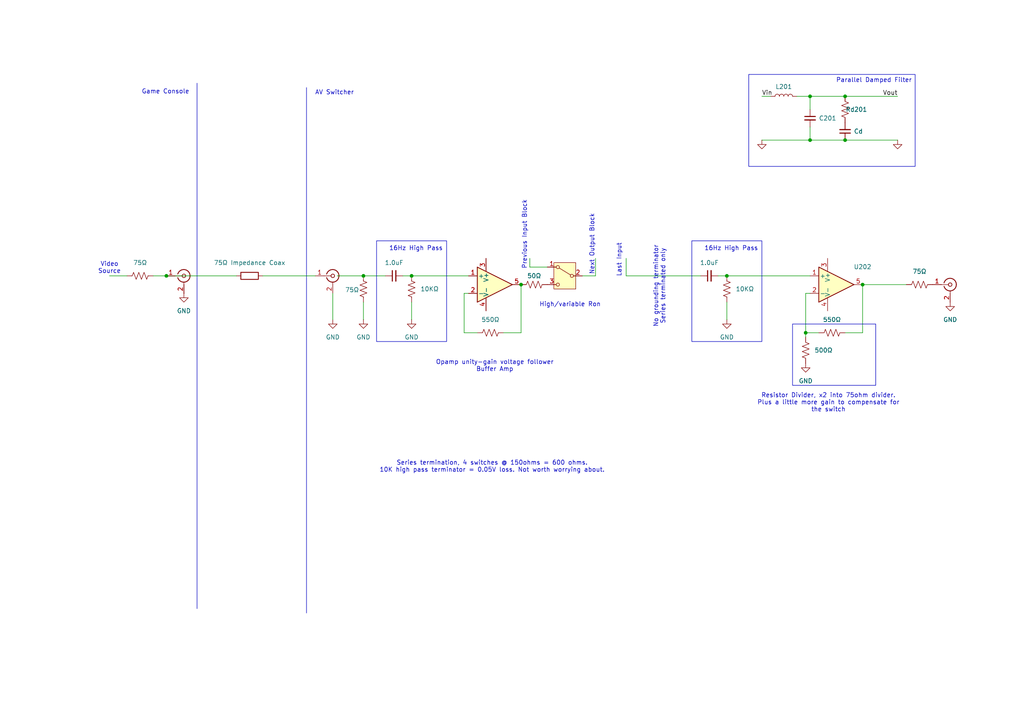
<source format=kicad_sch>
(kicad_sch (version 20250114) (generator "eeschema") (generator_version "9.0")
  (paper "A4")
  (lib_symbols
    (symbol "Connector:Conn_Coaxial" (pin_names (offset 1.016) (hide yes))
      (property "Reference" "J" (at 0.254 3.048 0))
      (property "Value" "Conn_Coaxial" (at 2.921 0 90))
      (symbol "Conn_Coaxial_0_1"
        (polyline (pts (xy -2.54 0) (xy -0.508 0)))
        (arc (start 1.778 0) (mid 0.222 -1.8079) (end -1.778 -0.508) (stroke (width 0.254)))
        (arc (start -1.778 0.508) (mid 0.2221 1.8084) (end 1.778 0) (stroke (width 0.254)))
        (circle (center 0 0) (radius 0.508) (stroke (width 0.2032)))
        (polyline (pts (xy 0 -2.54) (xy 0 -1.778)))
      )
      (symbol "Conn_Coaxial_1_1"
        (pin passive line (at -5.08 0 0) (length 2.54) (name "In") (number "1"))
        (pin passive line (at 0 -5.08 90) (length 2.54) (name "Ext") (number "2"))
      )
    )
    (symbol "Device:C_Small" (pin_numbers (hide yes)) (pin_names (offset 0.254) (hide yes))
      (property "Reference" "C" (at 0.254 1.778 0))
      (property "Value" "C_Small" (at 0.254 -2.032 0))
      (symbol "C_Small_0_1"
        (polyline (pts (xy -1.524 0.508) (xy 1.524 0.508)) (stroke (width 0.3048)))
        (polyline (pts (xy -1.524 -0.508) (xy 1.524 -0.508)) (stroke (width 0.3302)))
      )
      (symbol "C_Small_1_1"
        (pin passive line (at 0 2.54 270) (length 2.032) (name "~") (number "1"))
        (pin passive line (at 0 -2.54 90) (length 2.032) (name "~") (number "2"))
      )
    )
    (symbol "Device:L" (pin_numbers (hide yes)) (pin_names (offset 1.016) (hide yes))
      (property "Reference" "L" (at -1.27 0 90))
      (property "Value" "L" (at 1.905 0 90))
      (symbol "L_0_1"
        (arc (start 0 2.54) (mid 0.6323 1.905) (end 0 1.27))
        (arc (start 0 1.27) (mid 0.6323 0.635) (end 0 0))
        (arc (start 0 0) (mid 0.6323 -0.635) (end 0 -1.27))
        (arc (start 0 -1.27) (mid 0.6323 -1.905) (end 0 -2.54))
      )
      (symbol "L_1_1"
        (pin passive line (at 0 3.81 270) (length 1.27) (name "1") (number "1"))
        (pin passive line (at 0 -3.81 90) (length 1.27) (name "2") (number "2"))
      )
    )
    (symbol "Device:R" (pin_numbers (hide yes)) (pin_names (offset 0))
      (property "Reference" "R" (at 2.032 0 90))
      (property "Value" "R" (at 0 0 90))
      (symbol "R_0_1"
        (rectangle (start -1.016 -2.54) (end 1.016 2.54) (stroke (width 0.254)))
      )
      (symbol "R_1_1"
        (pin passive line (at 0 3.81 270) (length 1.27) (name "~") (number "1"))
        (pin passive line (at 0 -3.81 90) (length 1.27) (name "~") (number "2"))
      )
    )
    (symbol "Device:R_US" (pin_numbers (hide yes)) (pin_names (offset 0))
      (property "Reference" "R" (at 2.54 0 90))
      (property "Value" "R_US" (at -2.54 0 90))
      (symbol "R_US_0_1"
        (polyline (pts (xy 0 2.286) (xy 0 2.54)))
        (polyline (pts (xy 0 2.286) (xy 1.016 1.905) (xy 0 1.524) (xy -1.016 1.143) (xy 0 0.762)))
        (polyline (pts (xy 0 0.762) (xy 1.016 0.381) (xy 0 0) (xy -1.016 -0.381) (xy 0 -0.762)))
        (polyline (pts (xy 0 -0.762) (xy 1.016 -1.143) (xy 0 -1.524) (xy -1.016 -1.905) (xy 0 -2.286)))
        (polyline (pts (xy 0 -2.286) (xy 0 -2.54)))
      )
      (symbol "R_US_1_1"
        (pin passive line (at 0 3.81 270) (length 1.27) (name "~") (number "1"))
        (pin passive line (at 0 -3.81 90) (length 1.27) (name "~") (number "2"))
      )
    )
    (symbol "Simulation_SPICE:OPAMP" (pin_names (offset 0.254))
      (property "Reference" "U" (at 3.81 3.175 0))
      (property "Value" "${SIM.PARAMS}" (at 3.81 -3.175 0))
      (symbol "OPAMP_0_1"
        (polyline (pts (xy 5.08 0) (xy -5.08 5.08) (xy -5.08 -5.08) (xy 5.08 0)) (stroke (width 0.254)) (fill (type background)))
      )
      (symbol "OPAMP_1_1"
        (pin input line (at -7.62 2.54 0) (length 2.54) (name "+") (number "1"))
        (pin input line (at -7.62 -2.54 0) (length 2.54) (name "-") (number "2"))
        (pin power_in line (at -2.54 7.62 270) (length 3.81) (name "V+") (number "3"))
        (pin power_in line (at -2.54 -7.62 90) (length 3.81) (name "V-") (number "4"))
        (pin output line (at 7.62 0 180) (length 2.54) (name "~") (number "5"))
      )
    )
    (symbol "Switch:SW_SPDT" (pin_names (offset 0) (hide yes))
      (property "Reference" "SW" (at 0 5.08 0))
      (property "Value" "SW_SPDT" (at 0 -5.08 0))
      (symbol "SW_SPDT_0_1"
        (circle (center -2.032 0) (radius 0.4572))
        (polyline (pts (xy -1.651 0.254) (xy 1.651 2.286)))
        (circle (center 2.032 2.54) (radius 0.4572))
        (circle (center 2.032 -2.54) (radius 0.4572))
      )
      (symbol "SW_SPDT_1_1"
        (rectangle (start -3.175 3.81) (end 3.175 -3.81) (fill (type background)))
        (pin passive line (at -5.08 0 0) (length 2.54) (name "B") (number "2"))
        (pin passive line (at 5.08 2.54 180) (length 2.54) (name "A") (number "1"))
        (pin passive line (at 5.08 -2.54 180) (length 2.54) (name "C") (number "3"))
      )
    )
    (symbol "power:GND" (power) (pin_numbers (hide yes)) (pin_names (offset 0) (hide yes))
      (property "Value" "GND" (at 0 -3.81 0))
      (symbol "GND_0_1"
        (polyline (pts (xy 0 0) (xy 0 -1.27) (xy 1.27 -1.27) (xy 0 -2.54) (xy -1.27 -1.27) (xy 0 -1.27)))
      )
      (symbol "GND_1_1"
        (pin power_in line (at 0 0 270) (length 0) (name "~") (number "1"))
      )
    )
  )
  (rectangle (start 217.17 21.59) (end 265.43 48.26))
  (rectangle (start 109.22 69.85) (end 129.54 99.06))
  (rectangle (start 200.66 69.85) (end 220.98 99.06))
  (rectangle (start 229.87 93.98) (end 254 111.76))
  (text "16Hz High Pass" (at 212.09 72.136 0) (effects (font (size 1.27 1.27))))
  (text "Resistor Divider, x2 into 75ohm divider.\nPlus a little more gain to compensate for\nthe switch" (at 240.284 116.84 0) (effects (font (size 1.27 1.27))))
  (text "Game Console" (at 48.006 26.67 0) (effects (font (size 1.27 1.27))))
  (text "AV Switcher" (at 97.028 26.924 0) (effects (font (size 1.27 1.27))))
  (text "Series termination, 4 switches @ 150ohms = 600 ohms.\n10K high pass terminator = 0.05V loss. Not worth worrying about." (at 142.748 135.382 0) (effects (font (size 1.27 1.27))))
  (text "Parallel Damped Filter" (at 253.492 23.368 0) (effects (font (size 1.27 1.27))))
  (text "High/variable Ron" (at 165.354 88.392 0) (effects (font (size 1.27 1.27))))
  (text "Video\nSource" (at 31.75 77.724 0) (effects (font (size 1.27 1.27))))
  (text "No grounding terminator\nSeries terminated only" (at 191.262 83.058 90) (effects (font (size 1.27 1.27))))
  (text "Opamp unity-gain voltage follower\nBuffer Amp" (at 143.51 106.172 0) (effects (font (size 1.27 1.27))))
  (text "Previous Input Block" (at 152.146 68.072 90) (effects (font (size 1.27 1.27))))
  (text "16Hz High Pass" (at 120.65 72.136 0) (effects (font (size 1.27 1.27))))
  (text "Next Output Block" (at 171.704 70.866 90) (effects (font (size 1.27 1.27))))
  (text "Last Input" (at 179.578 75.438 90) (effects (font (size 1.27 1.27))))
  (junction (at 48.26 80.01))
  (junction (at 233.68 96.52))
  (junction (at 250.19 82.55))
  (junction (at 119.38 80.01))
  (junction (at 210.82 80.01))
  (junction (at 105.41 80.01))
  (junction (at 234.95 40.64))
  (junction (at 151.13 82.55))
  (junction (at 234.95 27.94))
  (junction (at 245.11 27.94))
  (junction (at 245.11 40.64))
  (wire (pts (xy 181.61 74.93) (xy 181.61 80.01)))
  (polyline (pts (xy 57.15 24.13) (xy 57.15 176.53)))
  (wire (pts (xy 234.95 27.94) (xy 245.11 27.94)))
  (wire (pts (xy 119.38 87.63) (xy 119.38 92.71)))
  (wire (pts (xy 76.2 80.01) (xy 91.44 80.01)))
  (wire (pts (xy 210.82 80.01) (xy 234.95 80.01)))
  (wire (pts (xy 220.98 40.64) (xy 234.95 40.64)))
  (wire (pts (xy 116.84 80.01) (xy 119.38 80.01)))
  (wire (pts (xy 245.11 27.94) (xy 260.35 27.94)))
  (wire (pts (xy 158.75 77.47) (xy 153.67 77.47)))
  (wire (pts (xy 237.49 96.52) (xy 233.68 96.52)))
  (wire (pts (xy 138.43 96.52) (xy 134.62 96.52)))
  (wire (pts (xy 250.19 96.52) (xy 245.11 96.52)))
  (wire (pts (xy 172.72 74.93) (xy 172.72 80.01)))
  (wire (pts (xy 181.61 80.01) (xy 203.2 80.01)))
  (wire (pts (xy 234.95 36.83) (xy 234.95 40.64)))
  (wire (pts (xy 151.13 96.52) (xy 146.05 96.52)))
  (wire (pts (xy 233.68 96.52) (xy 233.68 85.09)))
  (wire (pts (xy 48.26 80.01) (xy 68.58 80.01)))
  (wire (pts (xy 44.45 80.01) (xy 48.26 80.01)))
  (wire (pts (xy 105.41 87.63) (xy 105.41 92.71)))
  (wire (pts (xy 119.38 80.01) (xy 135.89 80.01)))
  (polyline (pts (xy 88.9 25.4) (xy 88.9 177.8)))
  (wire (pts (xy 233.68 96.52) (xy 233.68 97.79)))
  (wire (pts (xy 208.28 80.01) (xy 210.82 80.01)))
  (wire (pts (xy 168.91 80.01) (xy 172.72 80.01)))
  (wire (pts (xy 134.62 85.09) (xy 135.89 85.09)))
  (wire (pts (xy 97.79 80.01) (xy 105.41 80.01)))
  (wire (pts (xy 234.95 27.94) (xy 234.95 31.75)))
  (wire (pts (xy 220.98 27.94) (xy 223.52 27.94)))
  (wire (pts (xy 245.11 40.64) (xy 260.35 40.64)))
  (wire (pts (xy 153.67 74.93) (xy 153.67 77.47)))
  (wire (pts (xy 250.19 82.55) (xy 250.19 96.52)))
  (wire (pts (xy 231.14 27.94) (xy 234.95 27.94)))
  (wire (pts (xy 151.13 82.55) (xy 151.13 96.52)))
  (wire (pts (xy 250.19 82.55) (xy 262.89 82.55)))
  (wire (pts (xy 96.52 92.71) (xy 96.52 85.09)))
  (wire (pts (xy 210.82 87.63) (xy 210.82 92.71)))
  (wire (pts (xy 234.95 40.64) (xy 245.11 40.64)))
  (wire (pts (xy 31.75 80.01) (xy 36.83 80.01)))
  (wire (pts (xy 134.62 96.52) (xy 134.62 85.09)))
  (wire (pts (xy 233.68 85.09) (xy 234.95 85.09)))
  (wire (pts (xy 105.41 80.01) (xy 111.76 80.01)))
  (label "Vin" (at 220.98 27.94 0))
  (label "Vout" (at 260.35 27.94 180))
  (symbol (lib_id "Device:R_US") (at 142.24 96.52 90) (unit 1)
    (property "Reference" "R205" (effects (hide yes)))
    (property "Value" "550Ω" (at 142.24 92.71 90))
    (property "Description" "Resistor, US symbol" (effects (hide yes)))
  )
  (symbol (lib_id "Device:C_Small") (at 245.11 38.1 180) (unit 1)
    (property "Reference" "dcblock203" (effects (hide yes)))
    (property "Value" "Cd" (at 247.65 38.0935 0) (effects (justify right)))
    (property "Description" "Unpolarized capacitor, small symbol" (effects (hide yes)))
  )
  (symbol (lib_id "Connector:Conn_Coaxial") (at 53.34 80.01 0) (unit 1)
    (property "Reference" "J201" (effects (hide yes)))
    (property "Value" "Conn_Coaxial" (effects (hide yes)))
    (property "Description" "coaxial connector (BNC, SMA, SMB, SMC, Cinch/RCA, LEMO, ...)" (effects (hide yes)))
  )
  (symbol (lib_id "Device:C_Small") (at 114.3 80.01 90) (unit 1)
    (property "Reference" "dcblock201" (effects (hide yes)))
    (property "Value" "1.0uF" (at 114.3063 76.2 90))
    (property "Description" "Unpolarized capacitor, small symbol" (effects (hide yes)))
  )
  (symbol (lib_id "Device:R") (at 72.39 80.01 90) (unit 1)
    (property "Reference" "R202" (effects (hide yes)))
    (property "Value" "75Ω Impedance Coax" (at 72.39 76.2 90))
    (property "Description" "Resistor" (effects (hide yes)))
  )
  (symbol (lib_id "power:GND") (at 220.98 40.64 0) (unit 1)
    (property "Reference" "#PWR0206" (effects (hide yes)))
    (property "Value" "GND" (effects (hide yes)))
    (property "Description" "Power symbol creates a global label with name \"GND\" , ground" (effects (hide yes)))
  )
  (symbol (lib_id "Device:R_US") (at 233.68 101.6 0) (unit 1)
    (property "Reference" "R208" (effects (hide yes)))
    (property "Value" "500Ω" (at 236.22 101.5999 0) (effects (justify left)))
    (property "Description" "Resistor, US symbol" (effects (hide yes)))
  )
  (symbol (lib_id "power:GND") (at 260.35 40.64 0) (unit 1)
    (property "Reference" "#PWR0208" (effects (hide yes)))
    (property "Value" "GND" (effects (hide yes)))
    (property "Description" "Power symbol creates a global label with name \"GND\" , ground" (effects (hide yes)))
  )
  (symbol (lib_id "power:GND") (at 275.59 87.63 0) (unit 1)
    (property "Reference" "#PWR0209" (effects (hide yes)))
    (property "Value" "GND" (at 275.59 92.71 0))
    (property "Description" "Power symbol creates a global label with name \"GND\" , ground" (effects (hide yes)))
  )
  (symbol (lib_id "Device:C_Small") (at 234.95 34.29 0) (unit 1)
    (property "Reference" "C201" (at 237.49 34.2962 0) (effects (justify left)))
    (property "Value" "1.0uF" (effects (hide yes)))
    (property "Description" "Unpolarized capacitor, small symbol" (effects (hide yes)))
  )
  (symbol (lib_id "Device:R_US") (at 105.41 83.82 0) (unit 1)
    (property "Reference" "R203" (effects (hide yes)))
    (property "Value" "75Ω" (at 100.076 84.074 0) (effects (justify left)))
    (property "Description" "Resistor, US symbol" (effects (hide yes)))
  )
  (symbol (lib_id "Device:R_US") (at 119.38 83.82 0) (unit 1)
    (property "Reference" "R204" (effects (hide yes)))
    (property "Value" "10KΩ" (at 121.92 83.8199 0) (effects (justify left)))
    (property "Description" "Resistor, US symbol" (effects (hide yes)))
  )
  (symbol (lib_id "Simulation_SPICE:OPAMP") (at 242.57 82.55 0) (unit 1)
    (property "Reference" "U202" (at 250.19 77.3998 0))
    (property "Value" "${SIM.PARAMS}" (at 250.19 79.3049 0))
    (property "Datasheet" "https://ngspice.sourceforge.io/docs/ngspice-html-manual/manual.xhtml#sec__SUBCKT_Subcircuits" (effects (hide yes)))
    (property "Description" "Operational amplifier, single" (effects (hide yes)))
    (property "Sim.Pins" "1=in+ 2=in- 3=vcc 4=vee 5=out" (effects (hide yes)))
    (property "Sim.Device" "SUBCKT" (effects (hide yes)))
    (property "Sim.Library" "${KICAD9_SYMBOL_DIR}/Simulation_SPICE.sp" (effects (hide yes)))
    (property "Sim.Name" "kicad_builtin_opamp" (effects (hide yes)))
  )
  (symbol (lib_id "Device:R_US") (at 241.3 96.52 90) (unit 1)
    (property "Reference" "R209" (effects (hide yes)))
    (property "Value" "550Ω" (at 241.3 92.71 90))
    (property "Description" "Resistor, US symbol" (effects (hide yes)))
  )
  (symbol (lib_id "power:GND") (at 53.34 85.09 0) (unit 1)
    (property "Reference" "#PWR0201" (effects (hide yes)))
    (property "Value" "GND" (at 53.34 90.17 0))
    (property "Description" "Power symbol creates a global label with name \"GND\" , ground" (effects (hide yes)))
  )
  (symbol (lib_id "power:GND") (at 233.68 105.41 0) (unit 1)
    (property "Reference" "#PWR0207" (effects (hide yes)))
    (property "Value" "GND" (at 233.68 110.49 0))
    (property "Description" "Power symbol creates a global label with name \"GND\" , ground" (effects (hide yes)))
  )
  (symbol (lib_id "Switch:SW_SPDT") (at 163.83 80.01 0) (mirror y) (unit 1)
    (property "Reference" "SW201" (effects (hide yes)))
    (property "Value" "SW_SPDT" (effects (hide yes)))
    (property "Description" "Switch, single pole double throw" (effects (hide yes)))
  )
  (symbol (lib_id "Connector:Conn_Coaxial") (at 275.59 82.55 0) (unit 1)
    (property "Reference" "J203" (effects (hide yes)))
    (property "Value" "Conn_Coaxial" (effects (hide yes)))
    (property "Description" "coaxial connector (BNC, SMA, SMB, SMC, Cinch/RCA, LEMO, ...)" (effects (hide yes)))
  )
  (symbol (lib_id "Device:C_Small") (at 205.74 80.01 90) (unit 1)
    (property "Reference" "dcblock202" (effects (hide yes)))
    (property "Value" "1.0uF" (at 205.7463 76.2 90))
    (property "Description" "Unpolarized capacitor, small symbol" (effects (hide yes)))
  )
  (symbol (lib_id "Device:R_US") (at 154.94 82.55 90) (unit 1)
    (property "Reference" "R206" (effects (hide yes)))
    (property "Value" "50Ω" (at 154.94 80.01 90))
    (property "Description" "Resistor, US symbol" (effects (hide yes)))
  )
  (symbol (lib_id "Device:R_US") (at 266.7 82.55 90) (unit 1)
    (property "Reference" "R210" (effects (hide yes)))
    (property "Value" "75Ω" (at 266.7 78.74 90))
    (property "Description" "Resistor, US symbol" (effects (hide yes)))
  )
  (symbol (lib_id "Device:L") (at 227.33 27.94 90) (unit 1)
    (property "Reference" "L201" (at 227.33 25.146 90))
    (property "Value" "L" (effects (hide yes)))
    (property "Description" "Inductor" (effects (hide yes)))
  )
  (symbol (lib_id "Device:R_US") (at 40.64 80.01 90) (unit 1)
    (property "Reference" "R201" (effects (hide yes)))
    (property "Value" "75Ω" (at 40.64 76.2 90))
    (property "Description" "Resistor, US symbol" (effects (hide yes)))
  )
  (symbol (lib_id "power:GND") (at 119.38 92.71 0) (unit 1)
    (property "Reference" "#PWR0204" (effects (hide yes)))
    (property "Value" "GND" (at 119.38 97.79 0))
    (property "Description" "Power symbol creates a global label with name \"GND\" , ground" (effects (hide yes)))
  )
  (symbol (lib_id "Device:R_US") (at 245.11 31.75 0) (unit 1)
    (property "Reference" "Rd201" (at 248.412 31.75 0))
    (property "Value" "500Ω" (effects (hide yes)))
    (property "Description" "Resistor, US symbol" (effects (hide yes)))
  )
  (symbol (lib_id "power:GND") (at 105.41 92.71 0) (unit 1)
    (property "Reference" "#PWR0203" (effects (hide yes)))
    (property "Value" "GND" (at 105.41 97.79 0))
    (property "Description" "Power symbol creates a global label with name \"GND\" , ground" (effects (hide yes)))
  )
  (symbol (lib_id "power:GND") (at 210.82 92.71 0) (unit 1)
    (property "Reference" "#PWR0205" (effects (hide yes)))
    (property "Value" "GND" (at 210.82 97.79 0))
    (property "Description" "Power symbol creates a global label with name \"GND\" , ground" (effects (hide yes)))
  )
  (symbol (lib_id "Simulation_SPICE:OPAMP") (at 143.51 82.55 0) (unit 1)
    (property "Reference" "U201" (effects (hide yes)))
    (property "Value" "${SIM.PARAMS}" (at 151.13 79.3049 0))
    (property "Datasheet" "https://ngspice.sourceforge.io/docs/ngspice-html-manual/manual.xhtml#sec__SUBCKT_Subcircuits" (effects (hide yes)))
    (property "Description" "Operational amplifier, single" (effects (hide yes)))
    (property "Sim.Pins" "1=in+ 2=in- 3=vcc 4=vee 5=out" (effects (hide yes)))
    (property "Sim.Device" "SUBCKT" (effects (hide yes)))
    (property "Sim.Library" "${KICAD9_SYMBOL_DIR}/Simulation_SPICE.sp" (effects (hide yes)))
    (property "Sim.Name" "kicad_builtin_opamp" (effects (hide yes)))
  )
  (symbol (lib_id "Connector:Conn_Coaxial") (at 96.52 80.01 0) (unit 1)
    (property "Reference" "J202" (effects (hide yes)))
    (property "Value" "Conn_Coaxial" (effects (hide yes)))
    (property "Description" "coaxial connector (BNC, SMA, SMB, SMC, Cinch/RCA, LEMO, ...)" (effects (hide yes)))
  )
  (symbol (lib_id "power:GND") (at 96.52 92.71 0) (unit 1)
    (property "Reference" "#PWR0202" (effects (hide yes)))
    (property "Value" "GND" (at 96.52 97.79 0))
    (property "Description" "Power symbol creates a global label with name \"GND\" , ground" (effects (hide yes)))
  )
  (symbol (lib_id "Device:R_US") (at 210.82 83.82 0) (unit 1)
    (property "Reference" "R207" (effects (hide yes)))
    (property "Value" "10KΩ" (at 213.36 83.8199 0) (effects (justify left)))
    (property "Description" "Resistor, US symbol" (effects (hide yes)))
  )
)
</source>
